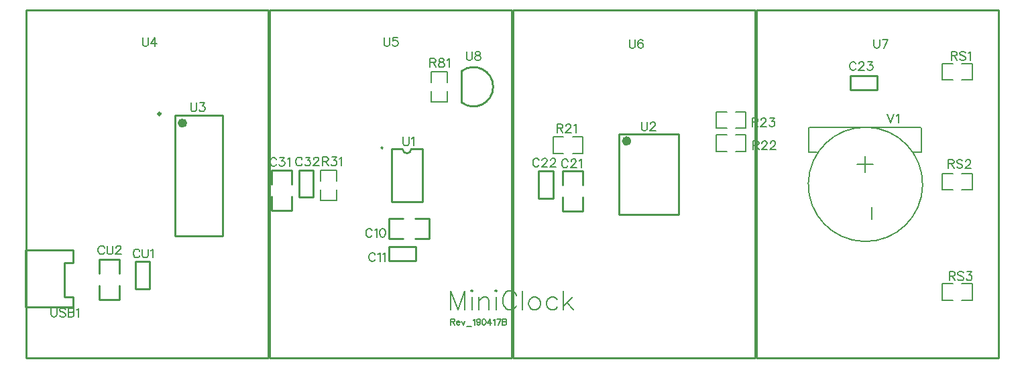
<source format=gto>
G04 Layer: TopSilkLayer*
G04 EasyEDA v5.9.42, Fri, 19 Apr 2019 15:14:02 GMT*
G04 1b50a63325eb494884fe414bfed8a826*
G04 Gerber Generator version 0.2*
G04 Scale: 100 percent, Rotated: No, Reflected: No *
G04 Dimensions in inches *
G04 leading zeros omitted , absolute positions ,2 integer and 4 decimal *
%FSLAX24Y24*%
%MOIN*%
G90*
G70D02*

%ADD10C,0.010000*%
%ADD11C,0.006000*%
%ADD12C,0.023622*%
%ADD13C,0.008000*%
%ADD32C,0.009000*%
%ADD33C,0.007870*%
%ADD34C,0.009842*%
%ADD35C,0.011811*%
%ADD36C,0.005000*%

%LPD*%
G54D10*
G01X18173Y7796D02*
G01X18173Y10395D01*
G01X19703Y7796D02*
G01X19703Y10406D01*
G01X18173Y7796D02*
G01X19703Y7796D01*
G01X18173Y10406D02*
G01X18713Y10406D01*
G01X19153Y10406D02*
G01X19703Y10406D01*
G54D11*
G01X41700Y10050D02*
G01X41700Y9250D01*
G01X41300Y9650D02*
G01X42100Y9650D01*
G01X42050Y7504D02*
G01X42050Y6904D01*
G01X39300Y10250D02*
G01X38900Y10250D01*
G01X38900Y11450D01*
G01X38942Y11492D01*
G01X41700Y11492D01*
G01X44457Y11492D01*
G01X44500Y11450D01*
G01X44500Y10250D01*
G01X44100Y10250D01*
G54D10*
G01X18750Y6950D02*
G01X18050Y6950D01*
G01X18050Y5950D01*
G01X18750Y5950D01*
G01X19350Y5950D02*
G01X20050Y5950D01*
G01X20050Y6950D01*
G01X19350Y6950D01*
G54D32*
G01X19388Y4845D02*
G01X18050Y4845D01*
G01X18050Y5554D01*
G01X19388Y5554D01*
G01X19388Y4845D01*
G54D10*
G01X9781Y12072D02*
G01X7419Y12072D01*
G01X7419Y6078D01*
G01X9781Y6078D01*
G01X9781Y12072D01*
G01X13200Y8650D02*
G01X13200Y9350D01*
G01X12200Y9350D01*
G01X12200Y8650D01*
G01X12200Y8050D02*
G01X12200Y7350D01*
G01X13200Y7350D01*
G01X13200Y8050D01*
G54D32*
G01X13566Y8011D02*
G01X13566Y9350D01*
G01X14275Y9350D01*
G01X14275Y8011D01*
G01X13566Y8011D01*
G54D10*
G01X32139Y11152D02*
G01X29488Y11152D01*
G01X29488Y7136D01*
G01X32448Y7136D01*
G01X32448Y11152D01*
G01X32139Y11152D01*
G54D33*
G01X34831Y12257D02*
G01X34311Y12257D01*
G01X34311Y11442D01*
G01X34831Y11442D01*
G01X35277Y12257D02*
G01X35796Y12257D01*
G01X35796Y11442D01*
G01X35277Y11442D01*
G01X34831Y11107D02*
G01X34311Y11107D01*
G01X34311Y10292D01*
G01X34831Y10292D01*
G01X35277Y11107D02*
G01X35796Y11107D01*
G01X35796Y10292D01*
G01X35277Y10292D01*
G54D32*
G01X40965Y14054D02*
G01X42303Y14054D01*
G01X42303Y13345D01*
G01X40965Y13345D01*
G01X40965Y14054D01*
G54D33*
G01X27168Y10192D02*
G01X27688Y10192D01*
G01X27688Y11007D01*
G01X27168Y11007D01*
G01X26722Y10192D02*
G01X26203Y10192D01*
G01X26203Y11007D01*
G01X26722Y11007D01*
G54D10*
G01X27688Y8600D02*
G01X27688Y9300D01*
G01X26688Y9300D01*
G01X26688Y8600D01*
G01X26688Y8000D02*
G01X26688Y7300D01*
G01X27688Y7300D01*
G01X27688Y8000D01*
G54D32*
G01X25495Y7961D02*
G01X25495Y9300D01*
G01X26204Y9300D01*
G01X26204Y7961D01*
G01X25495Y7961D01*
G54D33*
G01X14642Y8384D02*
G01X14642Y7864D01*
G01X15457Y7864D01*
G01X15457Y8384D01*
G01X14642Y8830D02*
G01X14642Y9350D01*
G01X15457Y9350D01*
G01X15457Y8830D01*
G54D10*
G01X4650Y4200D02*
G01X4650Y4900D01*
G01X3650Y4900D01*
G01X3650Y4200D01*
G01X3650Y3600D02*
G01X3650Y2900D01*
G01X4650Y2900D01*
G01X4650Y3600D01*
G54D32*
G01X5445Y3465D02*
G01X5445Y4803D01*
G01X6154Y4803D01*
G01X6154Y3465D01*
G01X5445Y3465D01*
G54D10*
G01X2336Y2532D02*
G01X-25Y2532D01*
G01X-25Y2532D02*
G01X-25Y5367D01*
G01X-25Y5367D02*
G01X2336Y5367D01*
G01X2340Y2530D02*
G01X2340Y3050D01*
G01X1901Y3050D01*
G01X1901Y4750D01*
G01X2340Y4750D01*
G01X2340Y5359D01*
G54D33*
G01X46081Y14657D02*
G01X45561Y14657D01*
G01X45561Y13842D01*
G01X46081Y13842D01*
G01X46527Y14657D02*
G01X47046Y14657D01*
G01X47046Y13842D01*
G01X46527Y13842D01*
G01X46081Y9182D02*
G01X45561Y9182D01*
G01X45561Y8367D01*
G01X46081Y8367D01*
G01X46527Y9182D02*
G01X47046Y9182D01*
G01X47046Y8367D01*
G01X46527Y8367D01*
G01X46081Y3707D02*
G01X45561Y3707D01*
G01X45561Y2892D01*
G01X46081Y2892D01*
G01X46527Y3707D02*
G01X47046Y3707D01*
G01X47046Y2892D01*
G01X46527Y2892D01*
G54D10*
G01X21659Y12720D02*
G01X21659Y14279D01*
G54D33*
G01X20957Y13722D02*
G01X20957Y14242D01*
G01X20142Y14242D01*
G01X20142Y13722D01*
G01X20957Y13277D02*
G01X20957Y12757D01*
G01X20142Y12757D01*
G01X20142Y13277D01*
G54D34*
G01X0Y0D02*
G01X12047Y0D01*
G01X0Y0D02*
G01X0Y17322D01*
G01X12047Y0D02*
G01X12047Y17322D01*
G01X0Y17322D02*
G01X12047Y17322D01*
G01X12100Y0D02*
G01X24147Y0D01*
G01X12100Y0D02*
G01X12100Y17322D01*
G01X24147Y0D02*
G01X24147Y17322D01*
G01X12100Y17322D02*
G01X24147Y17322D01*
G01X24200Y0D02*
G01X36247Y0D01*
G01X24200Y0D02*
G01X24200Y17322D01*
G01X36247Y0D02*
G01X36247Y17322D01*
G01X24200Y17322D02*
G01X36247Y17322D01*
G01X36300Y0D02*
G01X48347Y0D01*
G01X36300Y0D02*
G01X36300Y17322D01*
G01X48347Y0D02*
G01X48347Y17322D01*
G01X36300Y17322D02*
G01X48347Y17322D01*
G54D11*
G01X18749Y10999D02*
G01X18749Y10693D01*
G01X18769Y10631D01*
G01X18810Y10590D01*
G01X18872Y10570D01*
G01X18913Y10570D01*
G01X18974Y10590D01*
G01X19015Y10631D01*
G01X19035Y10693D01*
G01X19035Y10999D01*
G01X19170Y10918D02*
G01X19211Y10938D01*
G01X19273Y10999D01*
G01X19273Y10570D01*
G01X42819Y12135D02*
G01X42983Y11706D01*
G01X43146Y12135D02*
G01X42983Y11706D01*
G01X43281Y12054D02*
G01X43322Y12074D01*
G01X43384Y12135D01*
G01X43384Y11706D01*
G01X17206Y6348D02*
G01X17185Y6389D01*
G01X17144Y6430D01*
G01X17105Y6450D01*
G01X17022Y6450D01*
G01X16981Y6430D01*
G01X16940Y6389D01*
G01X16919Y6348D01*
G01X16900Y6287D01*
G01X16900Y6185D01*
G01X16919Y6123D01*
G01X16940Y6082D01*
G01X16981Y6041D01*
G01X17022Y6021D01*
G01X17105Y6021D01*
G01X17144Y6041D01*
G01X17185Y6082D01*
G01X17206Y6123D01*
G01X17342Y6369D02*
G01X17382Y6389D01*
G01X17443Y6450D01*
G01X17443Y6021D01*
G01X17702Y6450D02*
G01X17639Y6430D01*
G01X17600Y6369D01*
G01X17578Y6266D01*
G01X17578Y6205D01*
G01X17600Y6103D01*
G01X17639Y6041D01*
G01X17702Y6021D01*
G01X17743Y6021D01*
G01X17803Y6041D01*
G01X17844Y6103D01*
G01X17864Y6205D01*
G01X17864Y6266D01*
G01X17844Y6369D01*
G01X17803Y6430D01*
G01X17743Y6450D01*
G01X17702Y6450D01*
G01X17360Y5146D02*
G01X17339Y5187D01*
G01X17298Y5228D01*
G01X17258Y5249D01*
G01X17176Y5249D01*
G01X17135Y5228D01*
G01X17094Y5187D01*
G01X17073Y5146D01*
G01X17053Y5085D01*
G01X17053Y4983D01*
G01X17073Y4921D01*
G01X17094Y4881D01*
G01X17135Y4840D01*
G01X17176Y4819D01*
G01X17258Y4819D01*
G01X17298Y4840D01*
G01X17339Y4881D01*
G01X17360Y4921D01*
G01X17495Y5167D02*
G01X17536Y5187D01*
G01X17597Y5249D01*
G01X17597Y4819D01*
G01X17732Y5167D02*
G01X17773Y5187D01*
G01X17834Y5249D01*
G01X17834Y4819D01*
G01X8199Y12700D02*
G01X8199Y12393D01*
G01X8219Y12332D01*
G01X8260Y12291D01*
G01X8322Y12271D01*
G01X8363Y12271D01*
G01X8424Y12291D01*
G01X8465Y12332D01*
G01X8485Y12393D01*
G01X8485Y12700D01*
G01X8661Y12700D02*
G01X8886Y12700D01*
G01X8764Y12536D01*
G01X8825Y12536D01*
G01X8866Y12516D01*
G01X8886Y12496D01*
G01X8907Y12434D01*
G01X8907Y12393D01*
G01X8886Y12332D01*
G01X8845Y12291D01*
G01X8784Y12271D01*
G01X8723Y12271D01*
G01X8661Y12291D01*
G01X8641Y12311D01*
G01X8620Y12352D01*
G01X12451Y9878D02*
G01X12430Y9919D01*
G01X12389Y9960D01*
G01X12349Y9980D01*
G01X12267Y9980D01*
G01X12226Y9960D01*
G01X12185Y9919D01*
G01X12164Y9878D01*
G01X12144Y9817D01*
G01X12144Y9715D01*
G01X12164Y9653D01*
G01X12185Y9612D01*
G01X12226Y9571D01*
G01X12267Y9551D01*
G01X12349Y9551D01*
G01X12389Y9571D01*
G01X12430Y9612D01*
G01X12451Y9653D01*
G01X12627Y9980D02*
G01X12852Y9980D01*
G01X12729Y9817D01*
G01X12790Y9817D01*
G01X12831Y9796D01*
G01X12852Y9776D01*
G01X12872Y9715D01*
G01X12872Y9674D01*
G01X12852Y9612D01*
G01X12811Y9571D01*
G01X12749Y9551D01*
G01X12688Y9551D01*
G01X12627Y9571D01*
G01X12606Y9592D01*
G01X12586Y9633D01*
G01X13007Y9899D02*
G01X13048Y9919D01*
G01X13109Y9980D01*
G01X13109Y9551D01*
G01X13728Y9893D02*
G01X13707Y9934D01*
G01X13666Y9975D01*
G01X13626Y9996D01*
G01X13544Y9996D01*
G01X13503Y9975D01*
G01X13462Y9934D01*
G01X13441Y9893D01*
G01X13421Y9832D01*
G01X13421Y9730D01*
G01X13441Y9668D01*
G01X13462Y9628D01*
G01X13503Y9587D01*
G01X13544Y9566D01*
G01X13626Y9566D01*
G01X13666Y9587D01*
G01X13707Y9628D01*
G01X13728Y9668D01*
G01X13904Y9996D02*
G01X14129Y9996D01*
G01X14006Y9832D01*
G01X14067Y9832D01*
G01X14108Y9812D01*
G01X14129Y9791D01*
G01X14149Y9730D01*
G01X14149Y9689D01*
G01X14129Y9628D01*
G01X14088Y9587D01*
G01X14026Y9566D01*
G01X13965Y9566D01*
G01X13904Y9587D01*
G01X13883Y9607D01*
G01X13863Y9648D01*
G01X14305Y9893D02*
G01X14305Y9914D01*
G01X14325Y9955D01*
G01X14346Y9975D01*
G01X14386Y9996D01*
G01X14468Y9996D01*
G01X14509Y9975D01*
G01X14530Y9955D01*
G01X14550Y9914D01*
G01X14550Y9873D01*
G01X14530Y9832D01*
G01X14489Y9771D01*
G01X14284Y9566D01*
G01X14571Y9566D01*
G01X30600Y11749D02*
G01X30600Y11443D01*
G01X30620Y11381D01*
G01X30661Y11340D01*
G01X30723Y11320D01*
G01X30764Y11320D01*
G01X30825Y11340D01*
G01X30866Y11381D01*
G01X30886Y11443D01*
G01X30886Y11749D01*
G01X31042Y11647D02*
G01X31042Y11668D01*
G01X31062Y11708D01*
G01X31083Y11729D01*
G01X31124Y11749D01*
G01X31205Y11749D01*
G01X31246Y11729D01*
G01X31267Y11708D01*
G01X31287Y11668D01*
G01X31287Y11627D01*
G01X31267Y11586D01*
G01X31226Y11524D01*
G01X31021Y11320D01*
G01X31308Y11320D01*
G01X36100Y11950D02*
G01X36100Y11520D01*
G01X36100Y11950D02*
G01X36284Y11950D01*
G01X36344Y11929D01*
G01X36365Y11909D01*
G01X36385Y11868D01*
G01X36385Y11827D01*
G01X36365Y11786D01*
G01X36344Y11766D01*
G01X36284Y11745D01*
G01X36100Y11745D01*
G01X36243Y11745D02*
G01X36385Y11520D01*
G01X36542Y11848D02*
G01X36542Y11868D01*
G01X36561Y11909D01*
G01X36582Y11929D01*
G01X36623Y11950D01*
G01X36705Y11950D01*
G01X36746Y11929D01*
G01X36767Y11909D01*
G01X36786Y11868D01*
G01X36786Y11827D01*
G01X36767Y11786D01*
G01X36726Y11725D01*
G01X36521Y11520D01*
G01X36807Y11520D01*
G01X36984Y11950D02*
G01X37209Y11950D01*
G01X37085Y11786D01*
G01X37147Y11786D01*
G01X37188Y11766D01*
G01X37209Y11745D01*
G01X37229Y11684D01*
G01X37229Y11643D01*
G01X37209Y11582D01*
G01X37168Y11541D01*
G01X37106Y11520D01*
G01X37044Y11520D01*
G01X36984Y11541D01*
G01X36963Y11561D01*
G01X36943Y11602D01*
G01X36150Y10800D02*
G01X36150Y10370D01*
G01X36150Y10800D02*
G01X36334Y10800D01*
G01X36394Y10779D01*
G01X36415Y10759D01*
G01X36435Y10718D01*
G01X36435Y10677D01*
G01X36415Y10636D01*
G01X36394Y10616D01*
G01X36334Y10595D01*
G01X36150Y10595D01*
G01X36293Y10595D02*
G01X36435Y10370D01*
G01X36592Y10698D02*
G01X36592Y10718D01*
G01X36611Y10759D01*
G01X36632Y10779D01*
G01X36673Y10800D01*
G01X36755Y10800D01*
G01X36796Y10779D01*
G01X36817Y10759D01*
G01X36836Y10718D01*
G01X36836Y10677D01*
G01X36817Y10636D01*
G01X36776Y10575D01*
G01X36571Y10370D01*
G01X36857Y10370D01*
G01X37013Y10698D02*
G01X37013Y10718D01*
G01X37034Y10759D01*
G01X37054Y10779D01*
G01X37094Y10800D01*
G01X37177Y10800D01*
G01X37218Y10779D01*
G01X37238Y10759D01*
G01X37259Y10718D01*
G01X37259Y10677D01*
G01X37238Y10636D01*
G01X37197Y10575D01*
G01X36993Y10370D01*
G01X37279Y10370D01*
G01X41256Y14647D02*
G01X41235Y14688D01*
G01X41194Y14729D01*
G01X41155Y14750D01*
G01X41072Y14750D01*
G01X41031Y14729D01*
G01X40990Y14688D01*
G01X40969Y14647D01*
G01X40950Y14586D01*
G01X40950Y14484D01*
G01X40969Y14422D01*
G01X40990Y14382D01*
G01X41031Y14341D01*
G01X41072Y14320D01*
G01X41155Y14320D01*
G01X41194Y14341D01*
G01X41235Y14382D01*
G01X41256Y14422D01*
G01X41411Y14647D02*
G01X41411Y14668D01*
G01X41432Y14709D01*
G01X41452Y14729D01*
G01X41493Y14750D01*
G01X41576Y14750D01*
G01X41617Y14729D01*
G01X41636Y14709D01*
G01X41657Y14668D01*
G01X41657Y14627D01*
G01X41636Y14586D01*
G01X41596Y14525D01*
G01X41392Y14320D01*
G01X41677Y14320D01*
G01X41854Y14750D02*
G01X42079Y14750D01*
G01X41956Y14586D01*
G01X42018Y14586D01*
G01X42059Y14566D01*
G01X42079Y14545D01*
G01X42100Y14484D01*
G01X42100Y14443D01*
G01X42079Y14382D01*
G01X42038Y14341D01*
G01X41977Y14320D01*
G01X41914Y14320D01*
G01X41854Y14341D01*
G01X41834Y14361D01*
G01X41813Y14402D01*
G01X26400Y11649D02*
G01X26400Y11219D01*
G01X26400Y11649D02*
G01X26584Y11649D01*
G01X26644Y11628D01*
G01X26665Y11608D01*
G01X26685Y11567D01*
G01X26685Y11526D01*
G01X26665Y11485D01*
G01X26644Y11465D01*
G01X26584Y11444D01*
G01X26400Y11444D01*
G01X26543Y11444D02*
G01X26685Y11219D01*
G01X26842Y11547D02*
G01X26842Y11567D01*
G01X26861Y11608D01*
G01X26882Y11628D01*
G01X26923Y11649D01*
G01X27005Y11649D01*
G01X27046Y11628D01*
G01X27067Y11608D01*
G01X27086Y11567D01*
G01X27086Y11526D01*
G01X27067Y11485D01*
G01X27026Y11424D01*
G01X26821Y11219D01*
G01X27107Y11219D01*
G01X27243Y11567D02*
G01X27284Y11588D01*
G01X27344Y11649D01*
G01X27344Y11219D01*
G01X26945Y9798D02*
G01X26924Y9839D01*
G01X26883Y9880D01*
G01X26843Y9900D01*
G01X26761Y9900D01*
G01X26720Y9880D01*
G01X26679Y9839D01*
G01X26658Y9798D01*
G01X26638Y9737D01*
G01X26638Y9635D01*
G01X26658Y9573D01*
G01X26679Y9532D01*
G01X26720Y9491D01*
G01X26761Y9471D01*
G01X26843Y9471D01*
G01X26883Y9491D01*
G01X26924Y9532D01*
G01X26945Y9573D01*
G01X27100Y9798D02*
G01X27100Y9819D01*
G01X27121Y9860D01*
G01X27141Y9880D01*
G01X27182Y9900D01*
G01X27264Y9900D01*
G01X27305Y9880D01*
G01X27325Y9860D01*
G01X27346Y9819D01*
G01X27346Y9778D01*
G01X27325Y9737D01*
G01X27284Y9675D01*
G01X27080Y9471D01*
G01X27366Y9471D01*
G01X27501Y9819D02*
G01X27542Y9839D01*
G01X27603Y9900D01*
G01X27603Y9471D01*
G01X25506Y9843D02*
G01X25485Y9884D01*
G01X25444Y9925D01*
G01X25404Y9946D01*
G01X25322Y9946D01*
G01X25281Y9925D01*
G01X25240Y9884D01*
G01X25219Y9843D01*
G01X25199Y9782D01*
G01X25199Y9680D01*
G01X25219Y9618D01*
G01X25240Y9578D01*
G01X25281Y9537D01*
G01X25322Y9516D01*
G01X25404Y9516D01*
G01X25444Y9537D01*
G01X25485Y9578D01*
G01X25506Y9618D01*
G01X25661Y9843D02*
G01X25661Y9864D01*
G01X25682Y9905D01*
G01X25702Y9925D01*
G01X25743Y9946D01*
G01X25825Y9946D01*
G01X25866Y9925D01*
G01X25886Y9905D01*
G01X25907Y9864D01*
G01X25907Y9823D01*
G01X25886Y9782D01*
G01X25845Y9721D01*
G01X25641Y9516D01*
G01X25927Y9516D01*
G01X26083Y9843D02*
G01X26083Y9864D01*
G01X26103Y9905D01*
G01X26124Y9925D01*
G01X26164Y9946D01*
G01X26246Y9946D01*
G01X26287Y9925D01*
G01X26308Y9905D01*
G01X26328Y9864D01*
G01X26328Y9823D01*
G01X26308Y9782D01*
G01X26267Y9721D01*
G01X26062Y9516D01*
G01X26349Y9516D01*
G01X14750Y10002D02*
G01X14750Y9572D01*
G01X14750Y10002D02*
G01X14934Y10002D01*
G01X14995Y9981D01*
G01X15016Y9961D01*
G01X15036Y9920D01*
G01X15036Y9879D01*
G01X15016Y9838D01*
G01X14995Y9818D01*
G01X14934Y9797D01*
G01X14750Y9797D01*
G01X14893Y9797D02*
G01X15036Y9572D01*
G01X15212Y10002D02*
G01X15437Y10002D01*
G01X15315Y9838D01*
G01X15376Y9838D01*
G01X15417Y9818D01*
G01X15437Y9797D01*
G01X15458Y9736D01*
G01X15458Y9695D01*
G01X15437Y9634D01*
G01X15396Y9593D01*
G01X15335Y9572D01*
G01X15274Y9572D01*
G01X15212Y9593D01*
G01X15192Y9613D01*
G01X15171Y9654D01*
G01X15593Y9920D02*
G01X15634Y9941D01*
G01X15695Y10002D01*
G01X15695Y9572D01*
G01X3901Y5493D02*
G01X3880Y5534D01*
G01X3839Y5575D01*
G01X3799Y5595D01*
G01X3717Y5595D01*
G01X3676Y5575D01*
G01X3635Y5534D01*
G01X3614Y5493D01*
G01X3594Y5432D01*
G01X3594Y5330D01*
G01X3614Y5268D01*
G01X3635Y5227D01*
G01X3676Y5186D01*
G01X3717Y5166D01*
G01X3799Y5166D01*
G01X3839Y5186D01*
G01X3880Y5227D01*
G01X3901Y5268D01*
G01X4036Y5595D02*
G01X4036Y5289D01*
G01X4056Y5227D01*
G01X4097Y5186D01*
G01X4159Y5166D01*
G01X4199Y5166D01*
G01X4261Y5186D01*
G01X4302Y5227D01*
G01X4322Y5289D01*
G01X4322Y5595D01*
G01X4478Y5493D02*
G01X4478Y5514D01*
G01X4498Y5555D01*
G01X4519Y5575D01*
G01X4559Y5595D01*
G01X4641Y5595D01*
G01X4682Y5575D01*
G01X4703Y5555D01*
G01X4723Y5514D01*
G01X4723Y5473D01*
G01X4703Y5432D01*
G01X4662Y5370D01*
G01X4457Y5166D01*
G01X4744Y5166D01*
G01X5652Y5327D02*
G01X5631Y5368D01*
G01X5590Y5409D01*
G01X5550Y5430D01*
G01X5468Y5430D01*
G01X5427Y5409D01*
G01X5386Y5368D01*
G01X5365Y5327D01*
G01X5345Y5266D01*
G01X5345Y5164D01*
G01X5365Y5102D01*
G01X5386Y5062D01*
G01X5427Y5021D01*
G01X5468Y5000D01*
G01X5550Y5000D01*
G01X5590Y5021D01*
G01X5631Y5062D01*
G01X5652Y5102D01*
G01X5787Y5430D02*
G01X5787Y5123D01*
G01X5807Y5062D01*
G01X5848Y5021D01*
G01X5910Y5000D01*
G01X5950Y5000D01*
G01X6012Y5021D01*
G01X6053Y5062D01*
G01X6073Y5123D01*
G01X6073Y5430D01*
G01X6208Y5348D02*
G01X6249Y5368D01*
G01X6310Y5430D01*
G01X6310Y5000D01*
G01X1261Y2491D02*
G01X1261Y2185D01*
G01X1280Y2123D01*
G01X1321Y2082D01*
G01X1384Y2062D01*
G01X1425Y2062D01*
G01X1486Y2082D01*
G01X1526Y2123D01*
G01X1546Y2185D01*
G01X1546Y2491D01*
G01X1969Y2430D02*
G01X1928Y2471D01*
G01X1865Y2491D01*
G01X1784Y2491D01*
G01X1723Y2471D01*
G01X1682Y2430D01*
G01X1682Y2389D01*
G01X1703Y2348D01*
G01X1723Y2328D01*
G01X1763Y2307D01*
G01X1886Y2266D01*
G01X1928Y2246D01*
G01X1948Y2226D01*
G01X1969Y2185D01*
G01X1969Y2123D01*
G01X1928Y2082D01*
G01X1865Y2062D01*
G01X1784Y2062D01*
G01X1723Y2082D01*
G01X1682Y2123D01*
G01X2103Y2491D02*
G01X2103Y2062D01*
G01X2103Y2491D02*
G01X2288Y2491D01*
G01X2348Y2471D01*
G01X2369Y2451D01*
G01X2390Y2410D01*
G01X2390Y2369D01*
G01X2369Y2328D01*
G01X2348Y2307D01*
G01X2288Y2287D01*
G01X2103Y2287D02*
G01X2288Y2287D01*
G01X2348Y2266D01*
G01X2369Y2246D01*
G01X2390Y2205D01*
G01X2390Y2144D01*
G01X2369Y2103D01*
G01X2348Y2082D01*
G01X2288Y2062D01*
G01X2103Y2062D01*
G01X2525Y2410D02*
G01X2565Y2430D01*
G01X2626Y2491D01*
G01X2626Y2062D01*
G01X46000Y15250D02*
G01X46000Y14820D01*
G01X46000Y15250D02*
G01X46184Y15250D01*
G01X46245Y15229D01*
G01X46266Y15209D01*
G01X46286Y15168D01*
G01X46286Y15127D01*
G01X46266Y15086D01*
G01X46245Y15066D01*
G01X46184Y15045D01*
G01X46000Y15045D01*
G01X46143Y15045D02*
G01X46286Y14820D01*
G01X46708Y15189D02*
G01X46667Y15229D01*
G01X46605Y15250D01*
G01X46524Y15250D01*
G01X46462Y15229D01*
G01X46421Y15189D01*
G01X46421Y15148D01*
G01X46442Y15107D01*
G01X46462Y15086D01*
G01X46503Y15066D01*
G01X46626Y15025D01*
G01X46667Y15004D01*
G01X46687Y14984D01*
G01X46708Y14943D01*
G01X46708Y14882D01*
G01X46667Y14841D01*
G01X46605Y14820D01*
G01X46524Y14820D01*
G01X46462Y14841D01*
G01X46421Y14882D01*
G01X46843Y15168D02*
G01X46884Y15189D01*
G01X46945Y15250D01*
G01X46945Y14820D01*
G01X45850Y9875D02*
G01X45850Y9445D01*
G01X45850Y9875D02*
G01X46034Y9875D01*
G01X46095Y9854D01*
G01X46116Y9834D01*
G01X46136Y9793D01*
G01X46136Y9752D01*
G01X46116Y9711D01*
G01X46095Y9691D01*
G01X46034Y9670D01*
G01X45850Y9670D01*
G01X45993Y9670D02*
G01X46136Y9445D01*
G01X46558Y9814D02*
G01X46517Y9854D01*
G01X46455Y9875D01*
G01X46374Y9875D01*
G01X46312Y9854D01*
G01X46271Y9814D01*
G01X46271Y9773D01*
G01X46292Y9732D01*
G01X46312Y9711D01*
G01X46353Y9691D01*
G01X46476Y9650D01*
G01X46517Y9629D01*
G01X46537Y9609D01*
G01X46558Y9568D01*
G01X46558Y9507D01*
G01X46517Y9466D01*
G01X46455Y9445D01*
G01X46374Y9445D01*
G01X46312Y9466D01*
G01X46271Y9507D01*
G01X46713Y9773D02*
G01X46713Y9793D01*
G01X46734Y9834D01*
G01X46754Y9854D01*
G01X46795Y9875D01*
G01X46877Y9875D01*
G01X46918Y9854D01*
G01X46938Y9834D01*
G01X46959Y9793D01*
G01X46959Y9752D01*
G01X46938Y9711D01*
G01X46897Y9650D01*
G01X46693Y9445D01*
G01X46979Y9445D01*
G01X45900Y4300D02*
G01X45900Y3870D01*
G01X45900Y4300D02*
G01X46084Y4300D01*
G01X46145Y4279D01*
G01X46166Y4259D01*
G01X46186Y4218D01*
G01X46186Y4177D01*
G01X46166Y4136D01*
G01X46145Y4116D01*
G01X46084Y4095D01*
G01X45900Y4095D01*
G01X46043Y4095D02*
G01X46186Y3870D01*
G01X46608Y4239D02*
G01X46567Y4279D01*
G01X46505Y4300D01*
G01X46424Y4300D01*
G01X46362Y4279D01*
G01X46321Y4239D01*
G01X46321Y4198D01*
G01X46342Y4157D01*
G01X46362Y4136D01*
G01X46403Y4116D01*
G01X46526Y4075D01*
G01X46567Y4054D01*
G01X46587Y4034D01*
G01X46608Y3993D01*
G01X46608Y3932D01*
G01X46567Y3891D01*
G01X46505Y3870D01*
G01X46424Y3870D01*
G01X46362Y3891D01*
G01X46321Y3932D01*
G01X46784Y4300D02*
G01X47009Y4300D01*
G01X46886Y4136D01*
G01X46947Y4136D01*
G01X46988Y4116D01*
G01X47009Y4095D01*
G01X47029Y4034D01*
G01X47029Y3993D01*
G01X47009Y3932D01*
G01X46968Y3891D01*
G01X46906Y3870D01*
G01X46845Y3870D01*
G01X46784Y3891D01*
G01X46763Y3911D01*
G01X46743Y3952D01*
G01X21900Y15250D02*
G01X21900Y14943D01*
G01X21919Y14881D01*
G01X21960Y14840D01*
G01X22022Y14820D01*
G01X22064Y14820D01*
G01X22125Y14840D01*
G01X22165Y14881D01*
G01X22185Y14943D01*
G01X22185Y15250D01*
G01X22423Y15250D02*
G01X22361Y15229D01*
G01X22342Y15188D01*
G01X22342Y15147D01*
G01X22361Y15106D01*
G01X22402Y15086D01*
G01X22485Y15065D01*
G01X22546Y15045D01*
G01X22586Y15004D01*
G01X22607Y14963D01*
G01X22607Y14902D01*
G01X22586Y14861D01*
G01X22567Y14840D01*
G01X22505Y14820D01*
G01X22423Y14820D01*
G01X22361Y14840D01*
G01X22342Y14861D01*
G01X22321Y14902D01*
G01X22321Y14963D01*
G01X22342Y15004D01*
G01X22382Y15045D01*
G01X22443Y15065D01*
G01X22526Y15086D01*
G01X22567Y15106D01*
G01X22586Y15147D01*
G01X22586Y15188D01*
G01X22567Y15229D01*
G01X22505Y15250D01*
G01X22423Y15250D01*
G01X20095Y14904D02*
G01X20095Y14474D01*
G01X20095Y14904D02*
G01X20279Y14904D01*
G01X20340Y14883D01*
G01X20361Y14863D01*
G01X20381Y14822D01*
G01X20381Y14781D01*
G01X20361Y14740D01*
G01X20340Y14720D01*
G01X20279Y14699D01*
G01X20095Y14699D01*
G01X20238Y14699D02*
G01X20381Y14474D01*
G01X20619Y14904D02*
G01X20557Y14883D01*
G01X20537Y14843D01*
G01X20537Y14802D01*
G01X20557Y14761D01*
G01X20598Y14740D01*
G01X20680Y14720D01*
G01X20741Y14699D01*
G01X20782Y14658D01*
G01X20803Y14618D01*
G01X20803Y14556D01*
G01X20782Y14515D01*
G01X20762Y14495D01*
G01X20700Y14474D01*
G01X20619Y14474D01*
G01X20557Y14495D01*
G01X20537Y14515D01*
G01X20516Y14556D01*
G01X20516Y14618D01*
G01X20537Y14658D01*
G01X20578Y14699D01*
G01X20639Y14720D01*
G01X20721Y14740D01*
G01X20762Y14761D01*
G01X20782Y14802D01*
G01X20782Y14843D01*
G01X20762Y14883D01*
G01X20700Y14904D01*
G01X20619Y14904D01*
G01X20938Y14822D02*
G01X20979Y14843D01*
G01X21040Y14904D01*
G01X21040Y14474D01*
G01X5800Y15950D02*
G01X5800Y15643D01*
G01X5819Y15582D01*
G01X5860Y15541D01*
G01X5922Y15521D01*
G01X5964Y15521D01*
G01X6025Y15541D01*
G01X6065Y15582D01*
G01X6085Y15643D01*
G01X6085Y15950D01*
G01X6426Y15950D02*
G01X6221Y15664D01*
G01X6527Y15664D01*
G01X6426Y15950D02*
G01X6426Y15521D01*
G01X17800Y15950D02*
G01X17800Y15643D01*
G01X17819Y15582D01*
G01X17860Y15541D01*
G01X17922Y15521D01*
G01X17964Y15521D01*
G01X18025Y15541D01*
G01X18065Y15582D01*
G01X18085Y15643D01*
G01X18085Y15950D01*
G01X18467Y15950D02*
G01X18261Y15950D01*
G01X18242Y15766D01*
G01X18261Y15787D01*
G01X18323Y15807D01*
G01X18385Y15807D01*
G01X18446Y15787D01*
G01X18486Y15746D01*
G01X18507Y15684D01*
G01X18507Y15643D01*
G01X18486Y15582D01*
G01X18446Y15541D01*
G01X18385Y15521D01*
G01X18323Y15521D01*
G01X18261Y15541D01*
G01X18242Y15562D01*
G01X18221Y15603D01*
G01X30000Y15850D02*
G01X30000Y15543D01*
G01X30019Y15482D01*
G01X30060Y15441D01*
G01X30122Y15421D01*
G01X30164Y15421D01*
G01X30225Y15441D01*
G01X30265Y15482D01*
G01X30285Y15543D01*
G01X30285Y15850D01*
G01X30667Y15789D02*
G01X30646Y15830D01*
G01X30585Y15850D01*
G01X30543Y15850D01*
G01X30482Y15830D01*
G01X30442Y15768D01*
G01X30421Y15666D01*
G01X30421Y15564D01*
G01X30442Y15482D01*
G01X30482Y15441D01*
G01X30543Y15421D01*
G01X30564Y15421D01*
G01X30626Y15441D01*
G01X30667Y15482D01*
G01X30686Y15543D01*
G01X30686Y15564D01*
G01X30667Y15625D01*
G01X30626Y15666D01*
G01X30564Y15687D01*
G01X30543Y15687D01*
G01X30482Y15666D01*
G01X30442Y15625D01*
G01X30421Y15564D01*
G01X42150Y15850D02*
G01X42150Y15543D01*
G01X42169Y15482D01*
G01X42210Y15441D01*
G01X42272Y15421D01*
G01X42314Y15421D01*
G01X42375Y15441D01*
G01X42415Y15482D01*
G01X42435Y15543D01*
G01X42435Y15850D01*
G01X42857Y15850D02*
G01X42652Y15421D01*
G01X42571Y15850D02*
G01X42857Y15850D01*
G54D13*
G01X21100Y3354D02*
G01X21100Y2399D01*
G01X21100Y3354D02*
G01X21463Y2399D01*
G01X21827Y3354D02*
G01X21463Y2399D01*
G01X21827Y3354D02*
G01X21827Y2399D01*
G01X22127Y3354D02*
G01X22172Y3308D01*
G01X22218Y3354D01*
G01X22172Y3399D01*
G01X22127Y3354D01*
G01X22172Y3036D02*
G01X22172Y2399D01*
G01X22518Y3036D02*
G01X22518Y2399D01*
G01X22518Y2854D02*
G01X22654Y2990D01*
G01X22745Y3036D01*
G01X22881Y3036D01*
G01X22972Y2990D01*
G01X23018Y2854D01*
G01X23018Y2399D01*
G01X23318Y3354D02*
G01X23363Y3308D01*
G01X23409Y3354D01*
G01X23363Y3399D01*
G01X23318Y3354D01*
G01X23363Y3036D02*
G01X23363Y2399D01*
G01X24390Y3127D02*
G01X24345Y3218D01*
G01X24254Y3308D01*
G01X24163Y3354D01*
G01X23981Y3354D01*
G01X23890Y3308D01*
G01X23800Y3218D01*
G01X23754Y3127D01*
G01X23709Y2990D01*
G01X23709Y2763D01*
G01X23754Y2627D01*
G01X23800Y2536D01*
G01X23890Y2445D01*
G01X23981Y2399D01*
G01X24163Y2399D01*
G01X24254Y2445D01*
G01X24345Y2536D01*
G01X24390Y2627D01*
G01X24690Y3354D02*
G01X24690Y2399D01*
G01X25218Y3036D02*
G01X25127Y2990D01*
G01X25036Y2899D01*
G01X24990Y2763D01*
G01X24990Y2672D01*
G01X25036Y2536D01*
G01X25127Y2445D01*
G01X25218Y2399D01*
G01X25354Y2399D01*
G01X25445Y2445D01*
G01X25536Y2536D01*
G01X25581Y2672D01*
G01X25581Y2763D01*
G01X25536Y2899D01*
G01X25445Y2990D01*
G01X25354Y3036D01*
G01X25218Y3036D01*
G01X26427Y2899D02*
G01X26336Y2990D01*
G01X26245Y3036D01*
G01X26109Y3036D01*
G01X26018Y2990D01*
G01X25927Y2899D01*
G01X25881Y2763D01*
G01X25881Y2672D01*
G01X25927Y2536D01*
G01X26018Y2445D01*
G01X26109Y2399D01*
G01X26245Y2399D01*
G01X26336Y2445D01*
G01X26427Y2536D01*
G01X26727Y3354D02*
G01X26727Y2399D01*
G01X27181Y3036D02*
G01X26727Y2581D01*
G01X26909Y2763D02*
G01X27227Y2399D01*
G54D36*
G01X21127Y1950D02*
G01X21127Y1663D01*
G01X21127Y1950D02*
G01X21250Y1950D01*
G01X21291Y1936D01*
G01X21304Y1922D01*
G01X21318Y1895D01*
G01X21318Y1868D01*
G01X21304Y1840D01*
G01X21291Y1827D01*
G01X21250Y1813D01*
G01X21127Y1813D01*
G01X21222Y1813D02*
G01X21318Y1663D01*
G01X21408Y1772D02*
G01X21571Y1772D01*
G01X21571Y1800D01*
G01X21558Y1827D01*
G01X21544Y1840D01*
G01X21517Y1854D01*
G01X21476Y1854D01*
G01X21449Y1840D01*
G01X21421Y1813D01*
G01X21408Y1772D01*
G01X21408Y1745D01*
G01X21421Y1704D01*
G01X21449Y1677D01*
G01X21476Y1663D01*
G01X21517Y1663D01*
G01X21544Y1677D01*
G01X21571Y1704D01*
G01X21661Y1854D02*
G01X21743Y1663D01*
G01X21825Y1854D02*
G01X21743Y1663D01*
G01X21915Y1568D02*
G01X22161Y1568D01*
G01X22251Y1895D02*
G01X22278Y1909D01*
G01X22319Y1950D01*
G01X22319Y1663D01*
G01X22586Y1854D02*
G01X22572Y1813D01*
G01X22545Y1786D01*
G01X22504Y1772D01*
G01X22491Y1772D01*
G01X22450Y1786D01*
G01X22422Y1813D01*
G01X22409Y1854D01*
G01X22409Y1868D01*
G01X22422Y1909D01*
G01X22450Y1936D01*
G01X22491Y1950D01*
G01X22504Y1950D01*
G01X22545Y1936D01*
G01X22572Y1909D01*
G01X22586Y1854D01*
G01X22586Y1786D01*
G01X22572Y1718D01*
G01X22545Y1677D01*
G01X22504Y1663D01*
G01X22477Y1663D01*
G01X22436Y1677D01*
G01X22422Y1704D01*
G01X22758Y1950D02*
G01X22717Y1936D01*
G01X22690Y1895D01*
G01X22676Y1827D01*
G01X22676Y1786D01*
G01X22690Y1718D01*
G01X22717Y1677D01*
G01X22758Y1663D01*
G01X22785Y1663D01*
G01X22826Y1677D01*
G01X22853Y1718D01*
G01X22867Y1786D01*
G01X22867Y1827D01*
G01X22853Y1895D01*
G01X22826Y1936D01*
G01X22785Y1950D01*
G01X22758Y1950D01*
G01X23093Y1950D02*
G01X22957Y1759D01*
G01X23161Y1759D01*
G01X23093Y1950D02*
G01X23093Y1663D01*
G01X23251Y1895D02*
G01X23279Y1909D01*
G01X23320Y1950D01*
G01X23320Y1663D01*
G01X23601Y1950D02*
G01X23464Y1663D01*
G01X23410Y1950D02*
G01X23601Y1950D01*
G01X23691Y1950D02*
G01X23691Y1663D01*
G01X23691Y1950D02*
G01X23813Y1950D01*
G01X23854Y1936D01*
G01X23868Y1922D01*
G01X23881Y1895D01*
G01X23881Y1868D01*
G01X23868Y1840D01*
G01X23854Y1827D01*
G01X23813Y1813D01*
G01X23691Y1813D02*
G01X23813Y1813D01*
G01X23854Y1800D01*
G01X23868Y1786D01*
G01X23881Y1759D01*
G01X23881Y1718D01*
G01X23868Y1690D01*
G01X23854Y1677D01*
G01X23813Y1663D01*
G01X23691Y1663D01*
G54D10*
G75*
G01X19154Y10407D02*
G02X18724Y10407I-215J0D01*
G01*
G54D11*
G75*
G01X41700Y5807D02*
G03X41650Y5808I32J2842D01*
G01*
G54D12*
G75*
G01X7901Y11698D02*
G03X7901Y11696I-118J-1D01*
G01*
G54D35*
G75*
G01X6691Y12151D02*
G03X6691Y12150I-59J0D01*
G01*
G54D12*
G75*
G01X29978Y10804D02*
G03X29978Y10802I-118J-1D01*
G01*
G54D10*
G75*
G01X21659Y12720D02*
G03X21659Y14280I590J780D01*
G01*
G75*
G01X17730Y10462D02*
G03X17730Y10462I-30J0D01*
G01*
M00*
M02*

</source>
